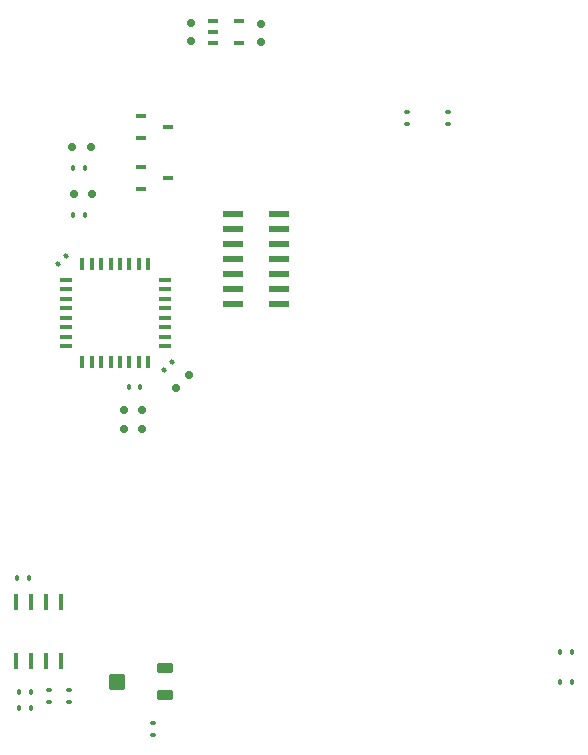
<source format=gbr>
%TF.GenerationSoftware,KiCad,Pcbnew,8.0.8*%
%TF.CreationDate,2025-04-07T17:27:46+02:00*%
%TF.ProjectId,PCB_V1,5043425f-5631-42e6-9b69-6361645f7063,rev?*%
%TF.SameCoordinates,Original*%
%TF.FileFunction,Paste,Top*%
%TF.FilePolarity,Positive*%
%FSLAX46Y46*%
G04 Gerber Fmt 4.6, Leading zero omitted, Abs format (unit mm)*
G04 Created by KiCad (PCBNEW 8.0.8) date 2025-04-07 17:27:46*
%MOMM*%
%LPD*%
G01*
G04 APERTURE LIST*
G04 Aperture macros list*
%AMRoundRect*
0 Rectangle with rounded corners*
0 $1 Rounding radius*
0 $2 $3 $4 $5 $6 $7 $8 $9 X,Y pos of 4 corners*
0 Add a 4 corners polygon primitive as box body*
4,1,4,$2,$3,$4,$5,$6,$7,$8,$9,$2,$3,0*
0 Add four circle primitives for the rounded corners*
1,1,$1+$1,$2,$3*
1,1,$1+$1,$4,$5*
1,1,$1+$1,$6,$7*
1,1,$1+$1,$8,$9*
0 Add four rect primitives between the rounded corners*
20,1,$1+$1,$2,$3,$4,$5,0*
20,1,$1+$1,$4,$5,$6,$7,0*
20,1,$1+$1,$6,$7,$8,$9,0*
20,1,$1+$1,$8,$9,$2,$3,0*%
G04 Aperture macros list end*
%ADD10RoundRect,0.094500X0.094500X0.129500X-0.094500X0.129500X-0.094500X-0.129500X0.094500X-0.129500X0*%
%ADD11RoundRect,0.153125X-0.153125X-0.179375X0.153125X-0.179375X0.153125X0.179375X-0.153125X0.179375X0*%
%ADD12RoundRect,0.157500X0.157500X0.175000X-0.157500X0.175000X-0.157500X-0.175000X0.157500X-0.175000X0*%
%ADD13RoundRect,0.105000X-0.358750X-0.105000X0.358750X-0.105000X0.358750X0.105000X-0.358750X0.105000X0*%
%ADD14RoundRect,0.157500X-0.012374X0.235113X-0.235113X0.012374X0.012374X-0.235113X0.235113X-0.012374X0*%
%ADD15RoundRect,0.094500X-0.129500X0.094500X-0.129500X-0.094500X0.129500X-0.094500X0.129500X0.094500X0*%
%ADD16RoundRect,0.098000X-0.098000X-0.119000X0.098000X-0.119000X0.098000X0.119000X-0.098000X0.119000X0*%
%ADD17RoundRect,0.094500X-0.094500X-0.129500X0.094500X-0.129500X0.094500X0.129500X-0.094500X0.129500X0*%
%ADD18RoundRect,0.094500X0.129500X-0.094500X0.129500X0.094500X-0.129500X0.094500X-0.129500X-0.094500X0*%
%ADD19RoundRect,0.157500X-0.175000X0.157500X-0.175000X-0.157500X0.175000X-0.157500X0.175000X0.157500X0*%
%ADD20RoundRect,0.098000X0.098000X0.119000X-0.098000X0.119000X-0.098000X-0.119000X0.098000X-0.119000X0*%
%ADD21RoundRect,0.087500X-0.087500X-0.437500X0.087500X-0.437500X0.087500X0.437500X-0.087500X0.437500X0*%
%ADD22RoundRect,0.087500X-0.437500X-0.087500X0.437500X-0.087500X0.437500X0.087500X-0.437500X0.087500X0*%
%ADD23RoundRect,0.105000X0.105000X-0.577500X0.105000X0.577500X-0.105000X0.577500X-0.105000X-0.577500X0*%
%ADD24RoundRect,0.175000X-0.525000X0.280000X-0.525000X-0.280000X0.525000X-0.280000X0.525000X0.280000X0*%
%ADD25RoundRect,0.175000X-0.525000X0.525000X-0.525000X-0.525000X0.525000X-0.525000X0.525000X0.525000X0*%
%ADD26R,1.680000X0.518000*%
%ADD27RoundRect,0.098000X-0.014849X0.153442X-0.153442X0.014849X0.014849X-0.153442X0.153442X-0.014849X0*%
%ADD28RoundRect,0.098000X0.014849X-0.153442X0.153442X-0.014849X-0.014849X0.153442X-0.153442X0.014849X0*%
G04 APERTURE END LIST*
D10*
%TO.C,R11*%
X68260000Y-79500000D03*
X67240000Y-79500000D03*
%TD*%
%TO.C,R1*%
X68250000Y-75500000D03*
X67230000Y-75500000D03*
%TD*%
D11*
%TO.C,D2*%
X67292500Y-77720000D03*
X68867500Y-77720000D03*
%TD*%
%TO.C,D1*%
X68740000Y-73750000D03*
X67165000Y-73750000D03*
%TD*%
D12*
%TO.C,C5*%
X71550000Y-95990000D03*
X73100000Y-95990000D03*
%TD*%
D13*
%TO.C,Q2*%
X75275000Y-76350000D03*
X73000000Y-77300000D03*
X73000000Y-75400000D03*
%TD*%
D14*
%TO.C,C2*%
X75976992Y-94138008D03*
X77073008Y-93041992D03*
%TD*%
D15*
%TO.C,R10*%
X95500000Y-70795000D03*
X95500000Y-71815000D03*
%TD*%
%TO.C,R2*%
X74000000Y-122490000D03*
X74000000Y-123510000D03*
%TD*%
D13*
%TO.C,U3*%
X81337500Y-63050000D03*
X81337500Y-64950000D03*
X79062500Y-64950000D03*
X79062500Y-64000000D03*
X79062500Y-63050000D03*
%TD*%
D16*
%TO.C,C1*%
X63480000Y-110200000D03*
X62520000Y-110200000D03*
%TD*%
D15*
%TO.C,R5*%
X65250000Y-119740000D03*
X65250000Y-120760000D03*
%TD*%
D17*
%TO.C,R3*%
X62690000Y-121200000D03*
X63710000Y-121200000D03*
%TD*%
%TO.C,R6*%
X63715000Y-119875000D03*
X62695000Y-119875000D03*
%TD*%
D11*
%TO.C,L1*%
X73112500Y-97590000D03*
X71537500Y-97590000D03*
%TD*%
D13*
%TO.C,Q1*%
X73000000Y-71100000D03*
X73000000Y-73000000D03*
X75275000Y-72050000D03*
%TD*%
D10*
%TO.C,R8*%
X109510000Y-119000000D03*
X108490000Y-119000000D03*
%TD*%
%TO.C,R7*%
X109510000Y-116500000D03*
X108490000Y-116500000D03*
%TD*%
D18*
%TO.C,R4*%
X66885000Y-120735000D03*
X66885000Y-119715000D03*
%TD*%
D19*
%TO.C,Cout1*%
X83150000Y-64875000D03*
X83150000Y-63325000D03*
%TD*%
D20*
%TO.C,C6*%
X71945000Y-94090000D03*
X72905000Y-94090000D03*
%TD*%
D21*
%TO.C,U1*%
X68025000Y-83615000D03*
X68825000Y-83615000D03*
X69625000Y-83615000D03*
X70425000Y-83615000D03*
X71225000Y-83615000D03*
X72025000Y-83615000D03*
X72825000Y-83615000D03*
X73625000Y-83615000D03*
D22*
X75000000Y-84990000D03*
X75000000Y-85790000D03*
X75000000Y-86590000D03*
X75000000Y-87390000D03*
X75000000Y-88190000D03*
X75000000Y-88990000D03*
X75000000Y-89790000D03*
X75000000Y-90590000D03*
D21*
X73625000Y-91965000D03*
X72825000Y-91965000D03*
X72025000Y-91965000D03*
X71225000Y-91965000D03*
X70425000Y-91965000D03*
X69625000Y-91965000D03*
X68825000Y-91965000D03*
X68025000Y-91965000D03*
D22*
X66650000Y-90590000D03*
X66650000Y-89790000D03*
X66650000Y-88990000D03*
X66650000Y-88190000D03*
X66650000Y-87390000D03*
X66650000Y-86590000D03*
X66650000Y-85790000D03*
X66650000Y-84990000D03*
%TD*%
D23*
%TO.C,U2*%
X62460000Y-117250000D03*
X63730000Y-117250000D03*
X65000000Y-117250000D03*
X66270000Y-117250000D03*
X66270000Y-112300000D03*
X65000000Y-112300000D03*
X63730000Y-112300000D03*
X62460000Y-112300000D03*
%TD*%
D24*
%TO.C,RV1*%
X75000000Y-117850000D03*
D25*
X71000000Y-119000000D03*
D24*
X75000000Y-120150000D03*
%TD*%
D19*
%TO.C,Cin1*%
X77250000Y-63225000D03*
X77250000Y-64775000D03*
%TD*%
D26*
%TO.C,J3*%
X80775000Y-79380000D03*
X84675000Y-79380000D03*
X80775000Y-80650000D03*
X84675000Y-80650000D03*
X80775000Y-81920000D03*
X84675000Y-81920000D03*
X80775000Y-83190000D03*
X84675000Y-83190000D03*
X80775000Y-84460000D03*
X84675000Y-84460000D03*
X80775000Y-85730000D03*
X84675000Y-85730000D03*
X80775000Y-87000000D03*
X84675000Y-87000000D03*
%TD*%
D27*
%TO.C,C4*%
X74985589Y-92629411D03*
X75664411Y-91950589D03*
%TD*%
D18*
%TO.C,R9*%
X99000000Y-71795000D03*
X99000000Y-70775000D03*
%TD*%
D28*
%TO.C,C3*%
X66664411Y-82950589D03*
X65985589Y-83629411D03*
%TD*%
M02*

</source>
